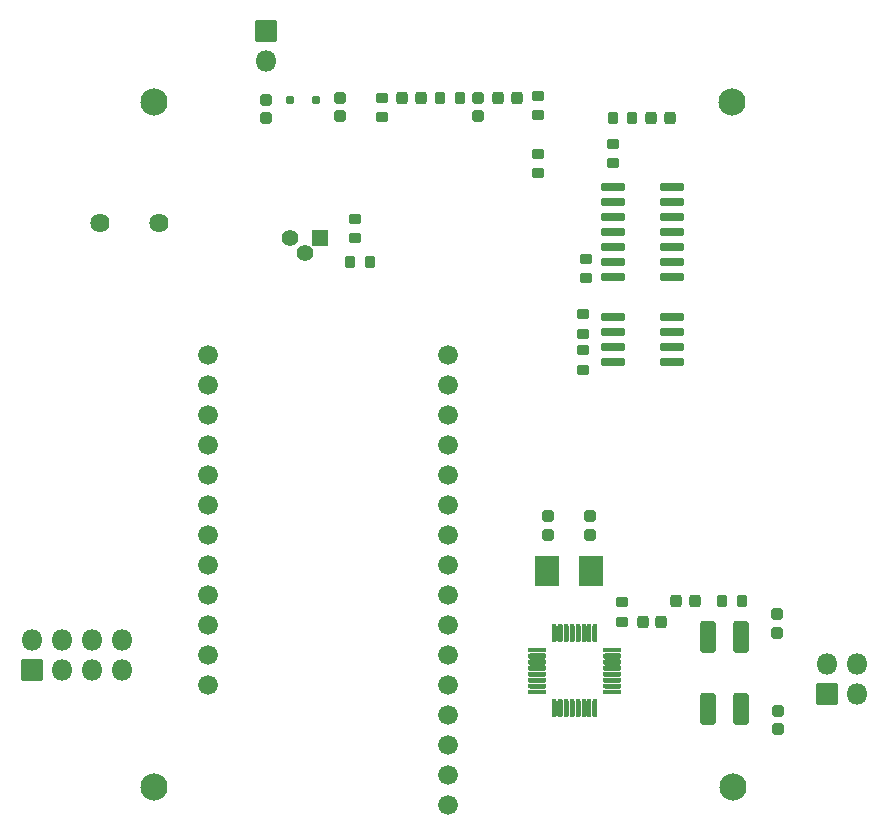
<source format=gts>
G04 #@! TF.GenerationSoftware,KiCad,Pcbnew,(6.0.4-0)*
G04 #@! TF.CreationDate,2022-05-10T10:58:29-07:00*
G04 #@! TF.ProjectId,Labpass RFID Reader,4c616270-6173-4732-9052-464944205265,0.1.0*
G04 #@! TF.SameCoordinates,Original*
G04 #@! TF.FileFunction,Soldermask,Top*
G04 #@! TF.FilePolarity,Negative*
%FSLAX46Y46*%
G04 Gerber Fmt 4.6, Leading zero omitted, Abs format (unit mm)*
G04 Created by KiCad (PCBNEW (6.0.4-0)) date 2022-05-10 10:58:29*
%MOMM*%
%LPD*%
G01*
G04 APERTURE LIST*
G04 Aperture macros list*
%AMRoundRect*
0 Rectangle with rounded corners*
0 $1 Rounding radius*
0 $2 $3 $4 $5 $6 $7 $8 $9 X,Y pos of 4 corners*
0 Add a 4 corners polygon primitive as box body*
4,1,4,$2,$3,$4,$5,$6,$7,$8,$9,$2,$3,0*
0 Add four circle primitives for the rounded corners*
1,1,$1+$1,$2,$3*
1,1,$1+$1,$4,$5*
1,1,$1+$1,$6,$7*
1,1,$1+$1,$8,$9*
0 Add four rect primitives between the rounded corners*
20,1,$1+$1,$2,$3,$4,$5,0*
20,1,$1+$1,$4,$5,$6,$7,0*
20,1,$1+$1,$6,$7,$8,$9,0*
20,1,$1+$1,$8,$9,$2,$3,0*%
G04 Aperture macros list end*
%ADD10RoundRect,0.050800X0.850000X-0.850000X0.850000X0.850000X-0.850000X0.850000X-0.850000X-0.850000X0*%
%ADD11O,1.801600X1.801600*%
%ADD12RoundRect,0.050800X-0.850000X-0.850000X0.850000X-0.850000X0.850000X0.850000X-0.850000X0.850000X0*%
%ADD13RoundRect,0.275800X-0.225000X-0.250000X0.225000X-0.250000X0.225000X0.250000X-0.225000X0.250000X0*%
%ADD14RoundRect,0.275800X0.225000X0.250000X-0.225000X0.250000X-0.225000X-0.250000X0.225000X-0.250000X0*%
%ADD15RoundRect,0.050800X-0.250000X-0.250000X0.250000X-0.250000X0.250000X0.250000X-0.250000X0.250000X0*%
%ADD16RoundRect,0.050800X1.000000X1.200000X-1.000000X1.200000X-1.000000X-1.200000X1.000000X-1.200000X0*%
%ADD17C,1.625600*%
%ADD18RoundRect,0.300800X-0.375000X-1.075000X0.375000X-1.075000X0.375000X1.075000X-0.375000X1.075000X0*%
%ADD19RoundRect,0.275800X-0.250000X0.225000X-0.250000X-0.225000X0.250000X-0.225000X0.250000X0.225000X0*%
%ADD20C,2.301600*%
%ADD21RoundRect,0.250800X0.200000X0.275000X-0.200000X0.275000X-0.200000X-0.275000X0.200000X-0.275000X0*%
%ADD22RoundRect,0.250800X-0.200000X-0.275000X0.200000X-0.275000X0.200000X0.275000X-0.200000X0.275000X0*%
%ADD23RoundRect,0.050800X0.650000X0.650000X-0.650000X0.650000X-0.650000X-0.650000X0.650000X-0.650000X0*%
%ADD24C,1.401600*%
%ADD25RoundRect,0.250800X-0.275000X0.200000X-0.275000X-0.200000X0.275000X-0.200000X0.275000X0.200000X0*%
%ADD26RoundRect,0.250800X0.275000X-0.200000X0.275000X0.200000X-0.275000X0.200000X-0.275000X-0.200000X0*%
%ADD27RoundRect,0.275800X0.250000X-0.225000X0.250000X0.225000X-0.250000X0.225000X-0.250000X-0.225000X0*%
%ADD28RoundRect,0.200800X-0.825000X-0.150000X0.825000X-0.150000X0.825000X0.150000X-0.825000X0.150000X0*%
%ADD29C,1.676400*%
%ADD30RoundRect,0.125800X0.675000X-0.075000X0.675000X0.075000X-0.675000X0.075000X-0.675000X-0.075000X0*%
%ADD31RoundRect,0.125800X0.075000X-0.675000X0.075000X0.675000X-0.075000X0.675000X-0.075000X-0.675000X0*%
%ADD32RoundRect,0.300800X0.375000X1.075000X-0.375000X1.075000X-0.375000X-1.075000X0.375000X-1.075000X0*%
G04 APERTURE END LIST*
D10*
X175768000Y-116332000D03*
D11*
X175768000Y-113792000D03*
X178308000Y-116332000D03*
X178308000Y-113792000D03*
D12*
X128270000Y-60198000D03*
D11*
X128270000Y-62738000D03*
X116088000Y-111822000D03*
X116088000Y-114362000D03*
X113548000Y-111822000D03*
X113548000Y-114362000D03*
X111008000Y-111822000D03*
X111008000Y-114362000D03*
X108468000Y-111822000D03*
D10*
X108468000Y-114362000D03*
D13*
X163042000Y-108458000D03*
X164592000Y-108458000D03*
D14*
X149516169Y-65882169D03*
X147966169Y-65882169D03*
D15*
X132502000Y-66040000D03*
X130302000Y-66040000D03*
D16*
X155775169Y-105922169D03*
X152075169Y-105922169D03*
D17*
X119250169Y-76456169D03*
X114250169Y-76456169D03*
D18*
X165733169Y-111510169D03*
X168533169Y-111510169D03*
D13*
X160184169Y-110238169D03*
X161734169Y-110238169D03*
D19*
X128270000Y-66040000D03*
X128270000Y-67590000D03*
D20*
X118779296Y-66252193D03*
X118819296Y-124232193D03*
X167829296Y-124222193D03*
D21*
X166916169Y-108460169D03*
X168566169Y-108460169D03*
D22*
X157644169Y-67566169D03*
X159294169Y-67566169D03*
D23*
X132866182Y-77760280D03*
D24*
X131596182Y-79030280D03*
X130326182Y-77760280D03*
D25*
X157644169Y-69789169D03*
X157644169Y-71439169D03*
D21*
X137091182Y-79760280D03*
X135441182Y-79760280D03*
D25*
X155104169Y-87252169D03*
X155104169Y-88902169D03*
D26*
X138086169Y-67532169D03*
X138086169Y-65882169D03*
D14*
X162476169Y-67566169D03*
X160926169Y-67566169D03*
D19*
X155703169Y-101322169D03*
X155703169Y-102872169D03*
D25*
X151294169Y-72262000D03*
X151294169Y-70612000D03*
D27*
X152147169Y-102872169D03*
X152147169Y-101322169D03*
D21*
X144690169Y-65882169D03*
X143040169Y-65882169D03*
D13*
X139838169Y-65882169D03*
X141388169Y-65882169D03*
D28*
X162659169Y-73408169D03*
X162659169Y-74678169D03*
X162659169Y-75948169D03*
X162659169Y-77218169D03*
X162659169Y-78488169D03*
X162659169Y-79758169D03*
X162659169Y-81028169D03*
X157709169Y-81028169D03*
X157709169Y-79758169D03*
X157709169Y-78488169D03*
X157709169Y-77218169D03*
X157709169Y-75948169D03*
X157709169Y-74678169D03*
X157709169Y-73408169D03*
D29*
X123366169Y-110535419D03*
X143686169Y-90215419D03*
X123366169Y-87675419D03*
X123366169Y-90215419D03*
X143686169Y-100375419D03*
X143686169Y-92755419D03*
X143686169Y-125775419D03*
X143686169Y-120695419D03*
X143686169Y-97835419D03*
X143686169Y-95295419D03*
X143686169Y-118155419D03*
X123366169Y-113075419D03*
X123366169Y-115615419D03*
X143686169Y-102915419D03*
X143686169Y-105455419D03*
X143686169Y-107995419D03*
X143686169Y-110535419D03*
X143686169Y-113075419D03*
X143686169Y-115615419D03*
X123366169Y-100375419D03*
X123366169Y-95295419D03*
X123366169Y-102915419D03*
X143686169Y-87675419D03*
X123366169Y-97835419D03*
X123366169Y-92755419D03*
X123366169Y-107995419D03*
X123366169Y-105455419D03*
X143686169Y-123235419D03*
D27*
X171526169Y-111172169D03*
X171526169Y-109622169D03*
D28*
X162659169Y-84457169D03*
X162659169Y-85727169D03*
X162659169Y-86997169D03*
X162659169Y-88267169D03*
X157709169Y-88267169D03*
X157709169Y-86997169D03*
X157709169Y-85727169D03*
X157709169Y-84457169D03*
D20*
X167789296Y-66232193D03*
D27*
X171626169Y-119322169D03*
X171626169Y-117772169D03*
D26*
X135851182Y-77760280D03*
X135851182Y-76110280D03*
D30*
X151258169Y-116150169D03*
X151258169Y-115650169D03*
X151258169Y-115150169D03*
X151258169Y-114650169D03*
X151258169Y-114150169D03*
X151258169Y-113650169D03*
X151258169Y-113150169D03*
X151258169Y-112650169D03*
D31*
X152683169Y-111225169D03*
X153183169Y-111225169D03*
X153683169Y-111225169D03*
X154183169Y-111225169D03*
X154683169Y-111225169D03*
X155183169Y-111225169D03*
X155683169Y-111225169D03*
X156183169Y-111225169D03*
D30*
X157608169Y-112650169D03*
X157608169Y-113150169D03*
X157608169Y-113650169D03*
X157608169Y-114150169D03*
X157608169Y-114650169D03*
X157608169Y-115150169D03*
X157608169Y-115650169D03*
X157608169Y-116150169D03*
D31*
X156183169Y-117575169D03*
X155683169Y-117575169D03*
X155183169Y-117575169D03*
X154683169Y-117575169D03*
X154183169Y-117575169D03*
X153683169Y-117575169D03*
X153183169Y-117575169D03*
X152683169Y-117575169D03*
D25*
X155358169Y-79504169D03*
X155358169Y-81154169D03*
D32*
X168533169Y-117604169D03*
X165733169Y-117604169D03*
D19*
X146214169Y-65882169D03*
X146214169Y-67432169D03*
D25*
X155104169Y-84204169D03*
X155104169Y-85854169D03*
D19*
X134530169Y-65910169D03*
X134530169Y-67460169D03*
D25*
X151294169Y-65723000D03*
X151294169Y-67373000D03*
X158406169Y-108588169D03*
X158406169Y-110238169D03*
G36*
X152885632Y-116902875D02*
G01*
X152906313Y-116933829D01*
X152942597Y-116941047D01*
X152973540Y-116920372D01*
X152980521Y-116903520D01*
X152982108Y-116902302D01*
X152983956Y-116903068D01*
X152984369Y-116904285D01*
X152984369Y-118246352D01*
X152983369Y-118248084D01*
X152981369Y-118248084D01*
X152980706Y-118247463D01*
X152960025Y-118216509D01*
X152923741Y-118209291D01*
X152892798Y-118229966D01*
X152885817Y-118246818D01*
X152884230Y-118248036D01*
X152882382Y-118247270D01*
X152881969Y-118246053D01*
X152881969Y-116903986D01*
X152882969Y-116902254D01*
X152884969Y-116902254D01*
X152885632Y-116902875D01*
G37*
G36*
X155885632Y-116902875D02*
G01*
X155906313Y-116933829D01*
X155942597Y-116941047D01*
X155973540Y-116920372D01*
X155980521Y-116903520D01*
X155982108Y-116902302D01*
X155983956Y-116903068D01*
X155984369Y-116904285D01*
X155984369Y-118246352D01*
X155983369Y-118248084D01*
X155981369Y-118248084D01*
X155980706Y-118247463D01*
X155960025Y-118216509D01*
X155923741Y-118209291D01*
X155892798Y-118229966D01*
X155885817Y-118246818D01*
X155884230Y-118248036D01*
X155882382Y-118247270D01*
X155881969Y-118246053D01*
X155881969Y-116903986D01*
X155882969Y-116902254D01*
X155884969Y-116902254D01*
X155885632Y-116902875D01*
G37*
G36*
X155385632Y-116902875D02*
G01*
X155406313Y-116933829D01*
X155442597Y-116941047D01*
X155473540Y-116920372D01*
X155480521Y-116903520D01*
X155482108Y-116902302D01*
X155483956Y-116903068D01*
X155484369Y-116904285D01*
X155484369Y-118246352D01*
X155483369Y-118248084D01*
X155481369Y-118248084D01*
X155480706Y-118247463D01*
X155460025Y-118216509D01*
X155423741Y-118209291D01*
X155392798Y-118229966D01*
X155385817Y-118246818D01*
X155384230Y-118248036D01*
X155382382Y-118247270D01*
X155381969Y-118246053D01*
X155381969Y-116903986D01*
X155382969Y-116902254D01*
X155384969Y-116902254D01*
X155385632Y-116902875D01*
G37*
G36*
X153385632Y-116902875D02*
G01*
X153406313Y-116933829D01*
X153442597Y-116941047D01*
X153473540Y-116920372D01*
X153480521Y-116903520D01*
X153482108Y-116902302D01*
X153483956Y-116903068D01*
X153484369Y-116904285D01*
X153484369Y-118246352D01*
X153483369Y-118248084D01*
X153481369Y-118248084D01*
X153480706Y-118247463D01*
X153460025Y-118216509D01*
X153423741Y-118209291D01*
X153392798Y-118229966D01*
X153385817Y-118246818D01*
X153384230Y-118248036D01*
X153382382Y-118247270D01*
X153381969Y-118246053D01*
X153381969Y-116903986D01*
X153382969Y-116902254D01*
X153384969Y-116902254D01*
X153385632Y-116902875D01*
G37*
G36*
X154885632Y-116902875D02*
G01*
X154906313Y-116933829D01*
X154942597Y-116941047D01*
X154973540Y-116920372D01*
X154980521Y-116903520D01*
X154982108Y-116902302D01*
X154983956Y-116903068D01*
X154984369Y-116904285D01*
X154984369Y-118246352D01*
X154983369Y-118248084D01*
X154981369Y-118248084D01*
X154980706Y-118247463D01*
X154960025Y-118216509D01*
X154923741Y-118209291D01*
X154892798Y-118229966D01*
X154885817Y-118246818D01*
X154884230Y-118248036D01*
X154882382Y-118247270D01*
X154881969Y-118246053D01*
X154881969Y-116903986D01*
X154882969Y-116902254D01*
X154884969Y-116902254D01*
X154885632Y-116902875D01*
G37*
G36*
X153885632Y-116902875D02*
G01*
X153906313Y-116933829D01*
X153942597Y-116941047D01*
X153973540Y-116920372D01*
X153980521Y-116903520D01*
X153982108Y-116902302D01*
X153983956Y-116903068D01*
X153984369Y-116904285D01*
X153984369Y-118246352D01*
X153983369Y-118248084D01*
X153981369Y-118248084D01*
X153980706Y-118247463D01*
X153960025Y-118216509D01*
X153923741Y-118209291D01*
X153892798Y-118229966D01*
X153885817Y-118246818D01*
X153884230Y-118248036D01*
X153882382Y-118247270D01*
X153881969Y-118246053D01*
X153881969Y-116903986D01*
X153882969Y-116902254D01*
X153884969Y-116902254D01*
X153885632Y-116902875D01*
G37*
G36*
X154385632Y-116902875D02*
G01*
X154406313Y-116933829D01*
X154442597Y-116941047D01*
X154473540Y-116920372D01*
X154480521Y-116903520D01*
X154482108Y-116902302D01*
X154483956Y-116903068D01*
X154484369Y-116904285D01*
X154484369Y-118246352D01*
X154483369Y-118248084D01*
X154481369Y-118248084D01*
X154480706Y-118247463D01*
X154460025Y-118216509D01*
X154423741Y-118209291D01*
X154392798Y-118229966D01*
X154385817Y-118246818D01*
X154384230Y-118248036D01*
X154382382Y-118247270D01*
X154381969Y-118246053D01*
X154381969Y-116903986D01*
X154382969Y-116902254D01*
X154384969Y-116902254D01*
X154385632Y-116902875D01*
G37*
G36*
X158281084Y-115849969D02*
G01*
X158281084Y-115851969D01*
X158280463Y-115852632D01*
X158249509Y-115873313D01*
X158242291Y-115909597D01*
X158262966Y-115940540D01*
X158279818Y-115947521D01*
X158281036Y-115949108D01*
X158280270Y-115950956D01*
X158279053Y-115951369D01*
X156936986Y-115951369D01*
X156935254Y-115950369D01*
X156935254Y-115948369D01*
X156935875Y-115947706D01*
X156966829Y-115927025D01*
X156974047Y-115890741D01*
X156953372Y-115859798D01*
X156936520Y-115852817D01*
X156935302Y-115851230D01*
X156936068Y-115849382D01*
X156937285Y-115848969D01*
X158279352Y-115848969D01*
X158281084Y-115849969D01*
G37*
G36*
X151931084Y-115849969D02*
G01*
X151931084Y-115851969D01*
X151930463Y-115852632D01*
X151899509Y-115873313D01*
X151892291Y-115909597D01*
X151912966Y-115940540D01*
X151929818Y-115947521D01*
X151931036Y-115949108D01*
X151930270Y-115950956D01*
X151929053Y-115951369D01*
X150586986Y-115951369D01*
X150585254Y-115950369D01*
X150585254Y-115948369D01*
X150585875Y-115947706D01*
X150616829Y-115927025D01*
X150624047Y-115890741D01*
X150603372Y-115859798D01*
X150586520Y-115852817D01*
X150585302Y-115851230D01*
X150586068Y-115849382D01*
X150587285Y-115848969D01*
X151929352Y-115848969D01*
X151931084Y-115849969D01*
G37*
G36*
X158281084Y-115349969D02*
G01*
X158281084Y-115351969D01*
X158280463Y-115352632D01*
X158249509Y-115373313D01*
X158242291Y-115409597D01*
X158262966Y-115440540D01*
X158279818Y-115447521D01*
X158281036Y-115449108D01*
X158280270Y-115450956D01*
X158279053Y-115451369D01*
X156936986Y-115451369D01*
X156935254Y-115450369D01*
X156935254Y-115448369D01*
X156935875Y-115447706D01*
X156966829Y-115427025D01*
X156974047Y-115390741D01*
X156953372Y-115359798D01*
X156936520Y-115352817D01*
X156935302Y-115351230D01*
X156936068Y-115349382D01*
X156937285Y-115348969D01*
X158279352Y-115348969D01*
X158281084Y-115349969D01*
G37*
G36*
X151931084Y-115349969D02*
G01*
X151931084Y-115351969D01*
X151930463Y-115352632D01*
X151899509Y-115373313D01*
X151892291Y-115409597D01*
X151912966Y-115440540D01*
X151929818Y-115447521D01*
X151931036Y-115449108D01*
X151930270Y-115450956D01*
X151929053Y-115451369D01*
X150586986Y-115451369D01*
X150585254Y-115450369D01*
X150585254Y-115448369D01*
X150585875Y-115447706D01*
X150616829Y-115427025D01*
X150624047Y-115390741D01*
X150603372Y-115359798D01*
X150586520Y-115352817D01*
X150585302Y-115351230D01*
X150586068Y-115349382D01*
X150587285Y-115348969D01*
X151929352Y-115348969D01*
X151931084Y-115349969D01*
G37*
G36*
X151931084Y-114849969D02*
G01*
X151931084Y-114851969D01*
X151930463Y-114852632D01*
X151899509Y-114873313D01*
X151892291Y-114909597D01*
X151912966Y-114940540D01*
X151929818Y-114947521D01*
X151931036Y-114949108D01*
X151930270Y-114950956D01*
X151929053Y-114951369D01*
X150586986Y-114951369D01*
X150585254Y-114950369D01*
X150585254Y-114948369D01*
X150585875Y-114947706D01*
X150616829Y-114927025D01*
X150624047Y-114890741D01*
X150603372Y-114859798D01*
X150586520Y-114852817D01*
X150585302Y-114851230D01*
X150586068Y-114849382D01*
X150587285Y-114848969D01*
X151929352Y-114848969D01*
X151931084Y-114849969D01*
G37*
G36*
X158281084Y-114849969D02*
G01*
X158281084Y-114851969D01*
X158280463Y-114852632D01*
X158249509Y-114873313D01*
X158242291Y-114909597D01*
X158262966Y-114940540D01*
X158279818Y-114947521D01*
X158281036Y-114949108D01*
X158280270Y-114950956D01*
X158279053Y-114951369D01*
X156936986Y-114951369D01*
X156935254Y-114950369D01*
X156935254Y-114948369D01*
X156935875Y-114947706D01*
X156966829Y-114927025D01*
X156974047Y-114890741D01*
X156953372Y-114859798D01*
X156936520Y-114852817D01*
X156935302Y-114851230D01*
X156936068Y-114849382D01*
X156937285Y-114848969D01*
X158279352Y-114848969D01*
X158281084Y-114849969D01*
G37*
G36*
X158281084Y-114349969D02*
G01*
X158281084Y-114351969D01*
X158280463Y-114352632D01*
X158249509Y-114373313D01*
X158242291Y-114409597D01*
X158262966Y-114440540D01*
X158279818Y-114447521D01*
X158281036Y-114449108D01*
X158280270Y-114450956D01*
X158279053Y-114451369D01*
X156936986Y-114451369D01*
X156935254Y-114450369D01*
X156935254Y-114448369D01*
X156935875Y-114447706D01*
X156966829Y-114427025D01*
X156974047Y-114390741D01*
X156953372Y-114359798D01*
X156936520Y-114352817D01*
X156935302Y-114351230D01*
X156936068Y-114349382D01*
X156937285Y-114348969D01*
X158279352Y-114348969D01*
X158281084Y-114349969D01*
G37*
G36*
X151931084Y-114349969D02*
G01*
X151931084Y-114351969D01*
X151930463Y-114352632D01*
X151899509Y-114373313D01*
X151892291Y-114409597D01*
X151912966Y-114440540D01*
X151929818Y-114447521D01*
X151931036Y-114449108D01*
X151930270Y-114450956D01*
X151929053Y-114451369D01*
X150586986Y-114451369D01*
X150585254Y-114450369D01*
X150585254Y-114448369D01*
X150585875Y-114447706D01*
X150616829Y-114427025D01*
X150624047Y-114390741D01*
X150603372Y-114359798D01*
X150586520Y-114352817D01*
X150585302Y-114351230D01*
X150586068Y-114349382D01*
X150587285Y-114348969D01*
X151929352Y-114348969D01*
X151931084Y-114349969D01*
G37*
G36*
X151931084Y-113849969D02*
G01*
X151931084Y-113851969D01*
X151930463Y-113852632D01*
X151899509Y-113873313D01*
X151892291Y-113909597D01*
X151912966Y-113940540D01*
X151929818Y-113947521D01*
X151931036Y-113949108D01*
X151930270Y-113950956D01*
X151929053Y-113951369D01*
X150586986Y-113951369D01*
X150585254Y-113950369D01*
X150585254Y-113948369D01*
X150585875Y-113947706D01*
X150616829Y-113927025D01*
X150624047Y-113890741D01*
X150603372Y-113859798D01*
X150586520Y-113852817D01*
X150585302Y-113851230D01*
X150586068Y-113849382D01*
X150587285Y-113848969D01*
X151929352Y-113848969D01*
X151931084Y-113849969D01*
G37*
G36*
X158281084Y-113849969D02*
G01*
X158281084Y-113851969D01*
X158280463Y-113852632D01*
X158249509Y-113873313D01*
X158242291Y-113909597D01*
X158262966Y-113940540D01*
X158279818Y-113947521D01*
X158281036Y-113949108D01*
X158280270Y-113950956D01*
X158279053Y-113951369D01*
X156936986Y-113951369D01*
X156935254Y-113950369D01*
X156935254Y-113948369D01*
X156935875Y-113947706D01*
X156966829Y-113927025D01*
X156974047Y-113890741D01*
X156953372Y-113859798D01*
X156936520Y-113852817D01*
X156935302Y-113851230D01*
X156936068Y-113849382D01*
X156937285Y-113848969D01*
X158279352Y-113848969D01*
X158281084Y-113849969D01*
G37*
G36*
X158281084Y-113349969D02*
G01*
X158281084Y-113351969D01*
X158280463Y-113352632D01*
X158249509Y-113373313D01*
X158242291Y-113409597D01*
X158262966Y-113440540D01*
X158279818Y-113447521D01*
X158281036Y-113449108D01*
X158280270Y-113450956D01*
X158279053Y-113451369D01*
X156936986Y-113451369D01*
X156935254Y-113450369D01*
X156935254Y-113448369D01*
X156935875Y-113447706D01*
X156966829Y-113427025D01*
X156974047Y-113390741D01*
X156953372Y-113359798D01*
X156936520Y-113352817D01*
X156935302Y-113351230D01*
X156936068Y-113349382D01*
X156937285Y-113348969D01*
X158279352Y-113348969D01*
X158281084Y-113349969D01*
G37*
G36*
X151931084Y-113349969D02*
G01*
X151931084Y-113351969D01*
X151930463Y-113352632D01*
X151899509Y-113373313D01*
X151892291Y-113409597D01*
X151912966Y-113440540D01*
X151929818Y-113447521D01*
X151931036Y-113449108D01*
X151930270Y-113450956D01*
X151929053Y-113451369D01*
X150586986Y-113451369D01*
X150585254Y-113450369D01*
X150585254Y-113448369D01*
X150585875Y-113447706D01*
X150616829Y-113427025D01*
X150624047Y-113390741D01*
X150603372Y-113359798D01*
X150586520Y-113352817D01*
X150585302Y-113351230D01*
X150586068Y-113349382D01*
X150587285Y-113348969D01*
X151929352Y-113348969D01*
X151931084Y-113349969D01*
G37*
G36*
X158281084Y-112849969D02*
G01*
X158281084Y-112851969D01*
X158280463Y-112852632D01*
X158249509Y-112873313D01*
X158242291Y-112909597D01*
X158262966Y-112940540D01*
X158279818Y-112947521D01*
X158281036Y-112949108D01*
X158280270Y-112950956D01*
X158279053Y-112951369D01*
X156936986Y-112951369D01*
X156935254Y-112950369D01*
X156935254Y-112948369D01*
X156935875Y-112947706D01*
X156966829Y-112927025D01*
X156974047Y-112890741D01*
X156953372Y-112859798D01*
X156936520Y-112852817D01*
X156935302Y-112851230D01*
X156936068Y-112849382D01*
X156937285Y-112848969D01*
X158279352Y-112848969D01*
X158281084Y-112849969D01*
G37*
G36*
X151931084Y-112849969D02*
G01*
X151931084Y-112851969D01*
X151930463Y-112852632D01*
X151899509Y-112873313D01*
X151892291Y-112909597D01*
X151912966Y-112940540D01*
X151929818Y-112947521D01*
X151931036Y-112949108D01*
X151930270Y-112950956D01*
X151929053Y-112951369D01*
X150586986Y-112951369D01*
X150585254Y-112950369D01*
X150585254Y-112948369D01*
X150585875Y-112947706D01*
X150616829Y-112927025D01*
X150624047Y-112890741D01*
X150603372Y-112859798D01*
X150586520Y-112852817D01*
X150585302Y-112851230D01*
X150586068Y-112849382D01*
X150587285Y-112848969D01*
X151929352Y-112848969D01*
X151931084Y-112849969D01*
G37*
G36*
X155885632Y-110552875D02*
G01*
X155906313Y-110583829D01*
X155942597Y-110591047D01*
X155973540Y-110570372D01*
X155980521Y-110553520D01*
X155982108Y-110552302D01*
X155983956Y-110553068D01*
X155984369Y-110554285D01*
X155984369Y-111896352D01*
X155983369Y-111898084D01*
X155981369Y-111898084D01*
X155980706Y-111897463D01*
X155960025Y-111866509D01*
X155923741Y-111859291D01*
X155892798Y-111879966D01*
X155885817Y-111896818D01*
X155884230Y-111898036D01*
X155882382Y-111897270D01*
X155881969Y-111896053D01*
X155881969Y-110553986D01*
X155882969Y-110552254D01*
X155884969Y-110552254D01*
X155885632Y-110552875D01*
G37*
G36*
X155385632Y-110552875D02*
G01*
X155406313Y-110583829D01*
X155442597Y-110591047D01*
X155473540Y-110570372D01*
X155480521Y-110553520D01*
X155482108Y-110552302D01*
X155483956Y-110553068D01*
X155484369Y-110554285D01*
X155484369Y-111896352D01*
X155483369Y-111898084D01*
X155481369Y-111898084D01*
X155480706Y-111897463D01*
X155460025Y-111866509D01*
X155423741Y-111859291D01*
X155392798Y-111879966D01*
X155385817Y-111896818D01*
X155384230Y-111898036D01*
X155382382Y-111897270D01*
X155381969Y-111896053D01*
X155381969Y-110553986D01*
X155382969Y-110552254D01*
X155384969Y-110552254D01*
X155385632Y-110552875D01*
G37*
G36*
X154885632Y-110552875D02*
G01*
X154906313Y-110583829D01*
X154942597Y-110591047D01*
X154973540Y-110570372D01*
X154980521Y-110553520D01*
X154982108Y-110552302D01*
X154983956Y-110553068D01*
X154984369Y-110554285D01*
X154984369Y-111896352D01*
X154983369Y-111898084D01*
X154981369Y-111898084D01*
X154980706Y-111897463D01*
X154960025Y-111866509D01*
X154923741Y-111859291D01*
X154892798Y-111879966D01*
X154885817Y-111896818D01*
X154884230Y-111898036D01*
X154882382Y-111897270D01*
X154881969Y-111896053D01*
X154881969Y-110553986D01*
X154882969Y-110552254D01*
X154884969Y-110552254D01*
X154885632Y-110552875D01*
G37*
G36*
X152885632Y-110552875D02*
G01*
X152906313Y-110583829D01*
X152942597Y-110591047D01*
X152973540Y-110570372D01*
X152980521Y-110553520D01*
X152982108Y-110552302D01*
X152983956Y-110553068D01*
X152984369Y-110554285D01*
X152984369Y-111896352D01*
X152983369Y-111898084D01*
X152981369Y-111898084D01*
X152980706Y-111897463D01*
X152960025Y-111866509D01*
X152923741Y-111859291D01*
X152892798Y-111879966D01*
X152885817Y-111896818D01*
X152884230Y-111898036D01*
X152882382Y-111897270D01*
X152881969Y-111896053D01*
X152881969Y-110553986D01*
X152882969Y-110552254D01*
X152884969Y-110552254D01*
X152885632Y-110552875D01*
G37*
G36*
X154385632Y-110552875D02*
G01*
X154406313Y-110583829D01*
X154442597Y-110591047D01*
X154473540Y-110570372D01*
X154480521Y-110553520D01*
X154482108Y-110552302D01*
X154483956Y-110553068D01*
X154484369Y-110554285D01*
X154484369Y-111896352D01*
X154483369Y-111898084D01*
X154481369Y-111898084D01*
X154480706Y-111897463D01*
X154460025Y-111866509D01*
X154423741Y-111859291D01*
X154392798Y-111879966D01*
X154385817Y-111896818D01*
X154384230Y-111898036D01*
X154382382Y-111897270D01*
X154381969Y-111896053D01*
X154381969Y-110553986D01*
X154382969Y-110552254D01*
X154384969Y-110552254D01*
X154385632Y-110552875D01*
G37*
G36*
X153885632Y-110552875D02*
G01*
X153906313Y-110583829D01*
X153942597Y-110591047D01*
X153973540Y-110570372D01*
X153980521Y-110553520D01*
X153982108Y-110552302D01*
X153983956Y-110553068D01*
X153984369Y-110554285D01*
X153984369Y-111896352D01*
X153983369Y-111898084D01*
X153981369Y-111898084D01*
X153980706Y-111897463D01*
X153960025Y-111866509D01*
X153923741Y-111859291D01*
X153892798Y-111879966D01*
X153885817Y-111896818D01*
X153884230Y-111898036D01*
X153882382Y-111897270D01*
X153881969Y-111896053D01*
X153881969Y-110553986D01*
X153882969Y-110552254D01*
X153884969Y-110552254D01*
X153885632Y-110552875D01*
G37*
G36*
X153385632Y-110552875D02*
G01*
X153406313Y-110583829D01*
X153442597Y-110591047D01*
X153473540Y-110570372D01*
X153480521Y-110553520D01*
X153482108Y-110552302D01*
X153483956Y-110553068D01*
X153484369Y-110554285D01*
X153484369Y-111896352D01*
X153483369Y-111898084D01*
X153481369Y-111898084D01*
X153480706Y-111897463D01*
X153460025Y-111866509D01*
X153423741Y-111859291D01*
X153392798Y-111879966D01*
X153385817Y-111896818D01*
X153384230Y-111898036D01*
X153382382Y-111897270D01*
X153381969Y-111896053D01*
X153381969Y-110553986D01*
X153382969Y-110552254D01*
X153384969Y-110552254D01*
X153385632Y-110552875D01*
G37*
M02*

</source>
